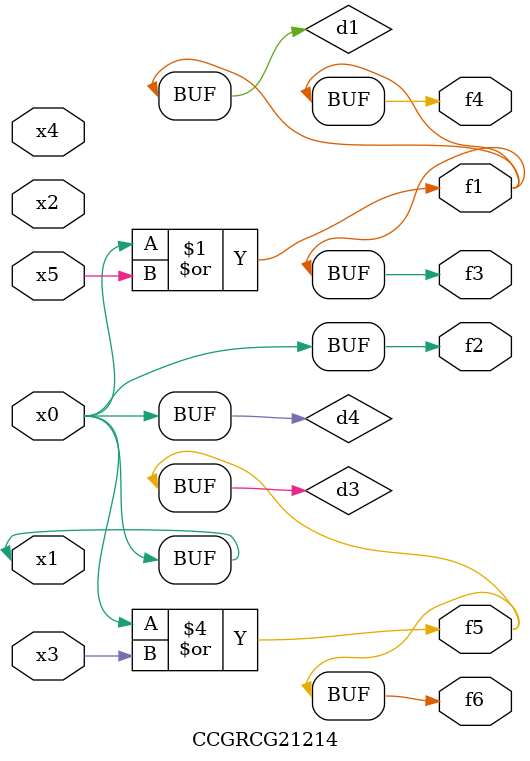
<source format=v>
module CCGRCG21214(
	input x0, x1, x2, x3, x4, x5,
	output f1, f2, f3, f4, f5, f6
);

	wire d1, d2, d3, d4;

	or (d1, x0, x5);
	xnor (d2, x1, x4);
	or (d3, x0, x3);
	buf (d4, x0, x1);
	assign f1 = d1;
	assign f2 = d4;
	assign f3 = d1;
	assign f4 = d1;
	assign f5 = d3;
	assign f6 = d3;
endmodule

</source>
